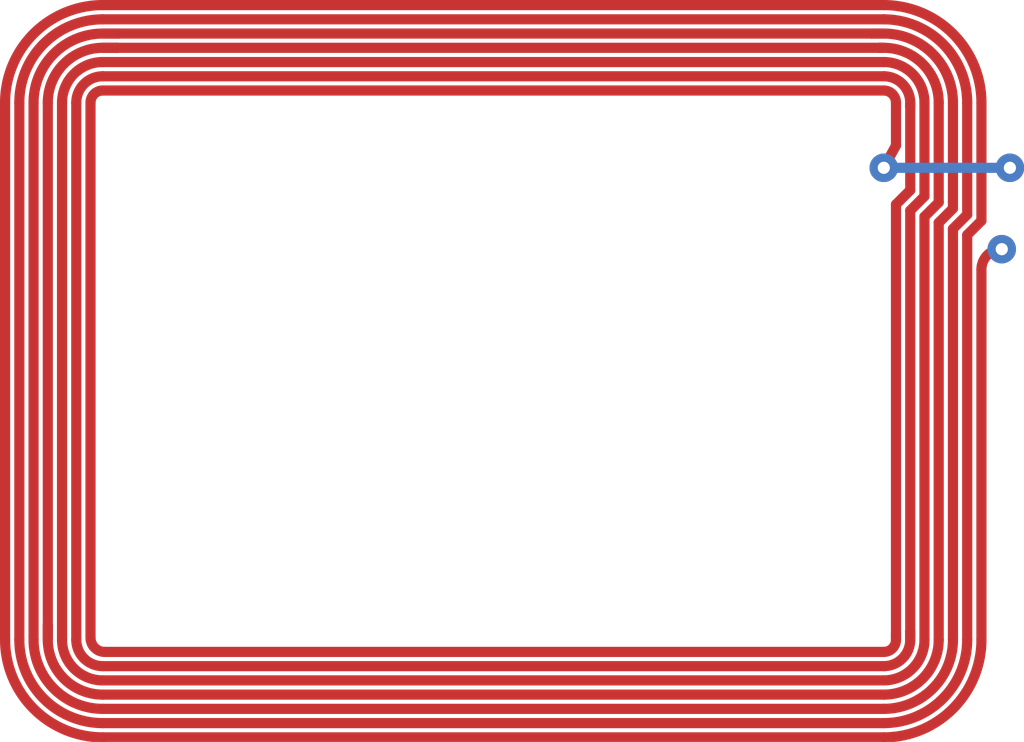
<source format=kicad_pcb>
(kicad_pcb (version 20240108) (generator "pcbnew") (generator_version "8.0")
  (layers (0 "F.Cu" signal) (1 "In1.Cu" power) (2 "In2.Cu" mixed) (31 "B.Cu" signal) (34 "B.Paste" user) (35 "F.Paste" user) (36 "B.SilkS" user "B.Silkscreen") (37 "F.SilkS" user "F.Silkscreen") (38 "B.Mask" user) (39 "F.Mask" user) (44 "Edge.Cuts" user))
  (net 0 "")
  (net 1 "lb")
  (net 2 "la")
  (footprint "lib:HM-NFC-Class6-Antenna" (layer "F.Cu") (at 141.3 96.85)
    (property "Reference" "U1" (hide yes))
    (property "Value" "?" (hide yes))
    (fp_line (start -12 -6.6) (end -12 6.6) (stroke (width 0.25)) (layer "F.Cu"))
    (fp_line (start -11.65 -6.6) (end -11.65 6.6) (stroke (width 0.25)) (layer "F.Cu"))
    (fp_line (start -11.3 -6.6) (end -11.3 6.6) (stroke (width 0.25)) (layer "F.Cu"))
    (fp_line (start -10.95 -6.6) (end -10.95 6.25) (stroke (width 0.25)) (layer "F.Cu"))
    (fp_line (start -10.95 6.25) (end -10.95 6.55) (stroke (width 0.25)) (layer "F.Cu"))
    (fp_line (start -10.95 6.6) (end -10.95 6.25) (stroke (width 0.25)) (layer "F.Cu"))
    (fp_line (start -10.6 -6.6) (end -10.6 6.6) (stroke (width 0.25)) (layer "F.Cu"))
    (fp_line (start -10.25 -6.6) (end -10.25 6.6) (stroke (width 0.25)) (layer "F.Cu"))
    (fp_line (start -9.9 -6.6) (end -9.9 6.55) (stroke (width 0.25)) (layer "F.Cu"))
    (fp_line (start -9.6 -9) (end 9.6 -9) (stroke (width 0.25)) (layer "F.Cu"))
    (fp_line (start -9.6 -8.65) (end 9.6 -8.65) (stroke (width 0.25)) (layer "F.Cu"))
    (fp_line (start -9.6 -8.3) (end -9.2 -8.3) (stroke (width 0.25)) (layer "F.Cu"))
    (fp_line (start -9.6 -7.95) (end -9.25 -7.95) (stroke (width 0.25)) (layer "F.Cu"))
    (fp_line (start -9.6 -7.6) (end 9.6 -7.6) (stroke (width 0.25)) (layer "F.Cu"))
    (fp_line (start -9.6 -7.25) (end 9.6 -7.25) (stroke (width 0.25)) (layer "F.Cu"))
    (fp_line (start -9.6 -6.9) (end 9.6 -6.9) (stroke (width 0.25)) (layer "F.Cu"))
    (fp_line (start -9.6 7.25) (end 9.6 7.25) (stroke (width 0.25)) (layer "F.Cu"))
    (fp_line (start -9.6 7.6) (end 9.6 7.6) (stroke (width 0.25)) (layer "F.Cu"))
    (fp_line (start -9.6 7.95) (end 9.6 7.95) (stroke (width 0.25)) (layer "F.Cu"))
    (fp_line (start -9.6 8.3) (end 9.6 8.3) (stroke (width 0.25)) (layer "F.Cu"))
    (fp_line (start -9.6 8.65) (end 9.6 8.65) (stroke (width 0.25)) (layer "F.Cu"))
    (fp_line (start -9.6 9) (end 9.6 9) (stroke (width 0.25)) (layer "F.Cu"))
    (fp_line (start -9.55 -8.3) (end -9.2 -8.3) (stroke (width 0.25)) (layer "F.Cu"))
    (fp_line (start -9.55 -7.95) (end -9.25 -7.95) (stroke (width 0.25)) (layer "F.Cu"))
    (fp_line (start -9.55 6.9) (end 9.6 6.9) (stroke (width 0.25)) (layer "F.Cu"))
    (fp_line (start -9.25 -7.95) (end 9.5 -7.95) (stroke (width 0.25)) (layer "F.Cu"))
    (fp_line (start -9.2 -8.3) (end 9.3 -8.3) (stroke (width 0.25)) (layer "F.Cu"))
    (fp_line (start 9.3 -8.3) (end 9.55 -8.3) (stroke (width 0.25)) (layer "F.Cu"))
    (fp_line (start 9.5 -7.95) (end 9.55 -7.95) (stroke (width 0.25)) (layer "F.Cu"))
    (fp_line (start 9.6 -8.3) (end 9.3 -8.3) (stroke (width 0.25)) (layer "F.Cu"))
    (fp_line (start 9.6 -7.95) (end 9.5 -7.95) (stroke (width 0.25)) (layer "F.Cu"))
    (fp_line (start 9.9 -6.6) (end 9.9 -5.55) (stroke (width 0.25)) (layer "F.Cu"))
    (fp_line (start 9.9 -5.55) (end 9.6 -5) (stroke (width 0.25)) (layer "F.Cu"))
    (fp_line (start 9.9 -4.1) (end 9.9 6.45) (stroke (width 0.25)) (layer "F.Cu"))
    (fp_line (start 9.9 -4.1) (end 10.25 -4.45) (stroke (width 0.25)) (layer "F.Cu"))
    (fp_line (start 9.9 6.45) (end 9.9 6.55) (stroke (width 0.25)) (layer "F.Cu"))
    (fp_line (start 9.9 6.6) (end 9.9 6.45) (stroke (width 0.25)) (layer "F.Cu"))
    (fp_line (start 10.25 -6.6) (end 10.25 -6.5) (stroke (width 0.25)) (layer "F.Cu"))
    (fp_line (start 10.25 -6.55) (end 10.25 -6.5) (stroke (width 0.25)) (layer "F.Cu"))
    (fp_line (start 10.25 -6.5) (end 10.25 -4.45) (stroke (width 0.25)) (layer "F.Cu"))
    (fp_line (start 10.25 -3.95) (end 10.25 6.4) (stroke (width 0.25)) (layer "F.Cu"))
    (fp_line (start 10.25 -3.95) (end 10.6 -4.3) (stroke (width 0.25)) (layer "F.Cu"))
    (fp_line (start 10.25 6.4) (end 10.25 6.55) (stroke (width 0.25)) (layer "F.Cu"))
    (fp_line (start 10.25 6.6) (end 10.25 6.4) (stroke (width 0.25)) (layer "F.Cu"))
    (fp_line (start 10.6 -6.6) (end 10.6 -4.3) (stroke (width 0.25)) (layer "F.Cu"))
    (fp_line (start 10.6 -3.8) (end 10.6 6.6) (stroke (width 0.25)) (layer "F.Cu"))
    (fp_line (start 10.6 -3.8) (end 10.95 -4.15) (stroke (width 0.25)) (layer "F.Cu"))
    (fp_line (start 10.95 -6.6) (end 10.95 -4.15) (stroke (width 0.25)) (layer "F.Cu"))
    (fp_line (start 10.95 -3.65) (end 10.95 6.6) (stroke (width 0.25)) (layer "F.Cu"))
    (fp_line (start 10.95 -3.65) (end 11.3 -4) (stroke (width 0.25)) (layer "F.Cu"))
    (fp_line (start 11.3 -6.6) (end 11.3 -4) (stroke (width 0.25)) (layer "F.Cu"))
    (fp_line (start 11.3 -3.5) (end 11.3 6.6) (stroke (width 0.25)) (layer "F.Cu"))
    (fp_line (start 11.3 -3.5) (end 11.65 -3.85) (stroke (width 0.25)) (layer "F.Cu"))
    (fp_line (start 11.65 -6.6) (end 11.65 -3.85) (stroke (width 0.25)) (layer "F.Cu"))
    (fp_line (start 11.65 -3.35) (end 11.65 6.6) (stroke (width 0.25)) (layer "F.Cu"))
    (fp_line (start 11.65 -3.35) (end 12 -3.7) (stroke (width 0.25)) (layer "F.Cu"))
    (fp_line (start 12 -3.7) (end 12 -6.6) (stroke (width 0.25)) (layer "F.Cu"))
    (fp_line (start 12 6.6) (end 12 -2.5) (stroke (width 0.25)) (layer "F.Cu"))
    (fp_arc (start -12 -6.6) (mid -11.297056 -8.297056) (end -9.6 -9) (stroke (width 0.25)) (layer "F.Cu"))
    (fp_arc (start -11.65 -6.6) (mid -11.049569 -8.049569) (end -9.6 -8.65) (stroke (width 0.25)) (layer "F.Cu"))
    (fp_arc (start -11.3 -6.6) (mid -10.802082 -7.802082) (end -9.6 -8.3) (stroke (width 0.25)) (layer "F.Cu"))
    (fp_arc (start -10.95 -6.6) (mid -10.554594 -7.554594) (end -9.6 -7.95) (stroke (width 0.25)) (layer "F.Cu"))
    (fp_arc (start -10.6 -6.6) (mid -10.307107 -7.307107) (end -9.6 -7.6) (stroke (width 0.25)) (layer "F.Cu"))
    (fp_arc (start -10.25 -6.6) (mid -10.059619 -7.059619) (end -9.6 -7.25) (stroke (width 0.25)) (layer "F.Cu"))
    (fp_arc (start -9.9 -6.6) (mid -9.812132 -6.812132) (end -9.6 -6.9) (stroke (width 0.25)) (layer "F.Cu"))
    (fp_arc (start -9.6 7.25) (mid -10.059619 7.059619) (end -10.25 6.6) (stroke (width 0.25)) (layer "F.Cu"))
    (fp_arc (start -9.6 7.6) (mid -10.307107 7.307107) (end -10.6 6.6) (stroke (width 0.25)) (layer "F.Cu"))
    (fp_arc (start -9.6 7.95) (mid -10.554594 7.554594) (end -10.95 6.6) (stroke (width 0.25)) (layer "F.Cu"))
    (fp_arc (start -9.6 8.3) (mid -10.802082 7.802082) (end -11.3 6.6) (stroke (width 0.25)) (layer "F.Cu"))
    (fp_arc (start -9.6 8.65) (mid -11.049569 8.049569) (end -11.65 6.6) (stroke (width 0.25)) (layer "F.Cu"))
    (fp_arc (start -9.6 9) (mid -11.297056 8.297056) (end -12 6.6) (stroke (width 0.25)) (layer "F.Cu"))
    (fp_arc (start -9.55 6.9) (mid -9.797487 6.797487) (end -9.9 6.55) (stroke (width 0.25)) (layer "F.Cu"))
    (fp_arc (start 9.6 -9) (mid 11.297056 -8.297056) (end 12 -6.6) (stroke (width 0.25)) (layer "F.Cu"))
    (fp_arc (start 9.6 -8.65) (mid 11.049569 -8.049569) (end 11.65 -6.6) (stroke (width 0.25)) (layer "F.Cu"))
    (fp_arc (start 9.6 -8.3) (mid 10.802082 -7.802082) (end 11.3 -6.6) (stroke (width 0.25)) (layer "F.Cu"))
    (fp_arc (start 9.6 -7.95) (mid 10.554594 -7.554594) (end 10.95 -6.6) (stroke (width 0.25)) (layer "F.Cu"))
    (fp_arc (start 9.6 -7.6) (mid 10.307107 -7.307107) (end 10.6 -6.6) (stroke (width 0.25)) (layer "F.Cu"))
    (fp_arc (start 9.6 -7.25) (mid 10.059619 -7.059619) (end 10.25 -6.6) (stroke (width 0.25)) (layer "F.Cu"))
    (fp_arc (start 9.6 -6.9) (mid 9.812132 -6.812132) (end 9.9 -6.6) (stroke (width 0.25)) (layer "F.Cu"))
    (fp_arc (start 9.9 6.6) (mid 9.812132 6.812132) (end 9.6 6.9) (stroke (width 0.25)) (layer "F.Cu"))
    (fp_arc (start 10.25 6.6) (mid 10.059619 7.059619) (end 9.6 7.25) (stroke (width 0.25)) (layer "F.Cu"))
    (fp_arc (start 10.6 6.6) (mid 10.307107 7.307107) (end 9.6 7.6) (stroke (width 0.25)) (layer "F.Cu"))
    (fp_arc (start 10.95 6.6) (mid 10.554594 7.554594) (end 9.6 7.95) (stroke (width 0.25)) (layer "F.Cu"))
    (fp_arc (start 11.3 6.6) (mid 10.802082 7.802082) (end 9.6 8.3) (stroke (width 0.25)) (layer "F.Cu"))
    (fp_arc (start 11.65 6.6) (mid 11.049569 8.049569) (end 9.6 8.65) (stroke (width 0.25)) (layer "F.Cu"))
    (fp_arc (start 12 -2.5) (mid 12.146447 -2.853553) (end 12.5 -3) (stroke (width 0.25)) (layer "F.Cu"))
    (fp_arc (start 12 6.6) (mid 11.297056 8.297056) (end 9.6 9) (stroke (width 0.25)) (layer "F.Cu"))
    (fp_line (start 9.6 -5) (end 12.7 -5) (stroke (width 0.25)) (layer "B.Cu"))
    (pad "" thru_hole circle (at 9.6 -5) (size 0.7 0.7) (drill 0.3) (layers "*.Cu" "*.Mask"))
    (pad "1" thru_hole circle (at 12.7 -5) (size 0.7 0.7) (drill 0.3) (layers "*.Cu" "*.Mask") (net 2 "la"))
    (pad "2" thru_hole circle (at 12.5 -3) (size 0.7 0.7) (drill 0.3) (layers "*.Cu" "*.Mask") (net 1 "lb"))
  )
)
</source>
